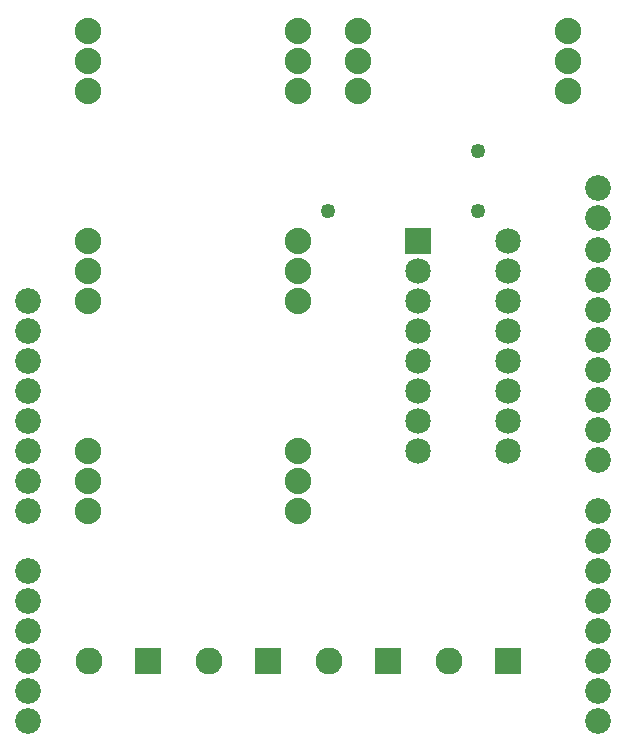
<source format=gbs>
G04 MADE WITH FRITZING*
G04 WWW.FRITZING.ORG*
G04 DOUBLE SIDED*
G04 HOLES PLATED*
G04 CONTOUR ON CENTER OF CONTOUR VECTOR*
%ASAXBY*%
%FSLAX23Y23*%
%MOIN*%
%OFA0B0*%
%SFA1.0B1.0*%
%ADD10C,0.085833*%
%ADD11C,0.085000*%
%ADD12C,0.088000*%
%ADD13C,0.090000*%
%ADD14C,0.049370*%
%ADD15R,0.085000X0.085000*%
%ADD16R,0.090000X0.090000*%
%LNMASK0*%
G90*
G70*
G54D10*
X1994Y1987D03*
X1994Y1887D03*
X1994Y1780D03*
X1994Y1680D03*
X1994Y1580D03*
X1994Y1480D03*
X1994Y1380D03*
X1994Y1280D03*
X1994Y1180D03*
X1994Y1080D03*
X1994Y910D03*
X1994Y810D03*
X1994Y710D03*
X1994Y610D03*
X1994Y510D03*
X1994Y410D03*
X1994Y310D03*
X1994Y210D03*
X94Y1610D03*
X94Y1510D03*
X94Y1410D03*
X94Y1310D03*
X94Y1210D03*
X94Y1110D03*
X94Y1010D03*
X94Y910D03*
X94Y710D03*
X94Y610D03*
X94Y510D03*
X94Y410D03*
X94Y310D03*
X94Y210D03*
G54D11*
X1394Y1810D03*
X1694Y1810D03*
X1394Y1710D03*
X1694Y1710D03*
X1394Y1610D03*
X1694Y1610D03*
X1394Y1510D03*
X1694Y1510D03*
X1394Y1410D03*
X1694Y1410D03*
X1394Y1310D03*
X1694Y1310D03*
X1394Y1210D03*
X1694Y1210D03*
X1394Y1110D03*
X1694Y1110D03*
G54D12*
X1194Y2310D03*
X1194Y2410D03*
X1194Y2510D03*
X1894Y2310D03*
X1894Y2410D03*
X1894Y2510D03*
X294Y2310D03*
X294Y2410D03*
X294Y2510D03*
X994Y2310D03*
X994Y2410D03*
X994Y2510D03*
X294Y1610D03*
X294Y1710D03*
X294Y1810D03*
X994Y1610D03*
X994Y1710D03*
X994Y1810D03*
X294Y910D03*
X294Y1010D03*
X294Y1110D03*
X994Y910D03*
X994Y1010D03*
X994Y1110D03*
G54D13*
X1694Y410D03*
X1497Y410D03*
X1294Y410D03*
X1097Y410D03*
X894Y410D03*
X697Y410D03*
X494Y410D03*
X297Y410D03*
G54D14*
X1594Y1910D03*
X1594Y2110D03*
X1094Y1910D03*
G54D15*
X1394Y1810D03*
G54D16*
X1694Y410D03*
X1294Y410D03*
X894Y410D03*
X494Y410D03*
G04 End of Mask0*
M02*
</source>
